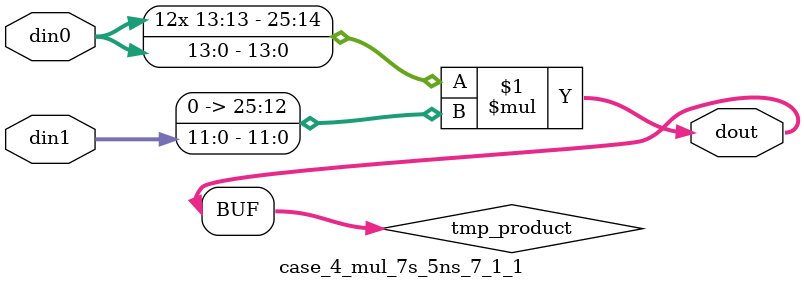
<source format=v>

`timescale 1 ns / 1 ps

 (* use_dsp = "no" *)  module case_4_mul_7s_5ns_7_1_1(din0, din1, dout);
parameter ID = 1;
parameter NUM_STAGE = 0;
parameter din0_WIDTH = 14;
parameter din1_WIDTH = 12;
parameter dout_WIDTH = 26;

input [din0_WIDTH - 1 : 0] din0; 
input [din1_WIDTH - 1 : 0] din1; 
output [dout_WIDTH - 1 : 0] dout;

wire signed [dout_WIDTH - 1 : 0] tmp_product;


























assign tmp_product = $signed(din0) * $signed({1'b0, din1});









assign dout = tmp_product;





















endmodule

</source>
